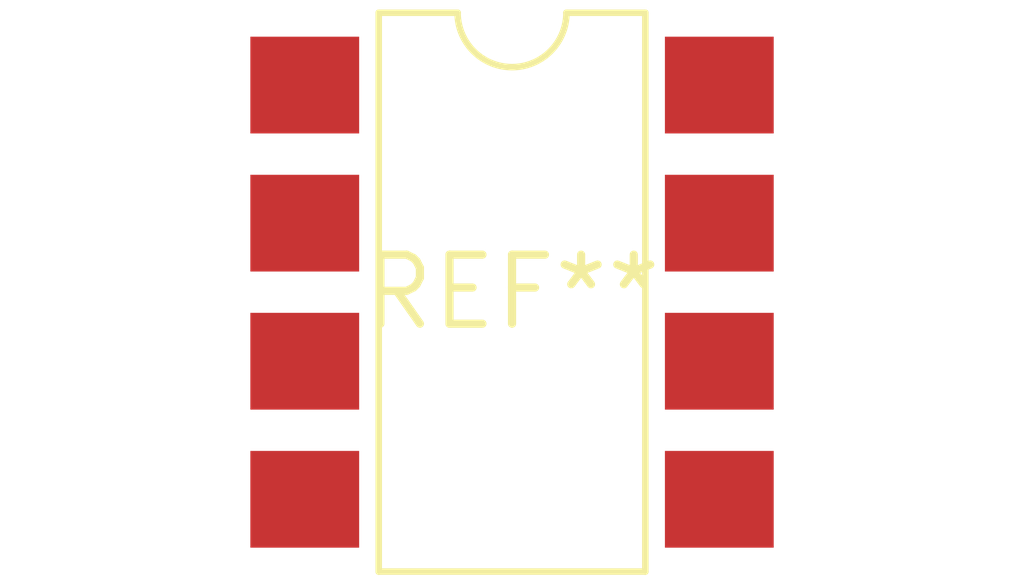
<source format=kicad_pcb>
(kicad_pcb (version 20240108) (generator pcbnew)
  (layers (0 "F.Cu" signal) (31 "B.Cu" signal) (34 "B.Paste" user) (35 "F.Paste" user) (36 "B.SilkS" user "B.Silkscreen") (37 "F.SilkS" user "F.Silkscreen") (38 "B.Mask" user) (39 "F.Mask" user) (44 "Edge.Cuts" user))
  (net 0 "")
  (footprint "SMDIP-8_W7.62mm" (layer "F.Cu") (at 0 0)
    (property "Reference" "REF**")
    (property "Value" "SMDIP-8_W7.62mm")
    (fp_line (start -2.45 -5.14) (end -2.45 5.14) (layer "F.SilkS") (stroke (width 0.12)))
    (fp_line (start -2.45 5.14) (end 2.45 5.14) (layer "F.SilkS") (stroke (width 0.12)))
    (fp_line (start -1 -5.14) (end -2.45 -5.14) (layer "F.SilkS") (stroke (width 0.12)))
    (fp_line (start 2.45 -5.14) (end 1 -5.14) (layer "F.SilkS") (stroke (width 0.12)))
    (fp_line (start 2.45 5.14) (end 2.45 -5.14) (layer "F.SilkS") (stroke (width 0.12)))
    (fp_arc (start 1 -5.14) (mid 0 -4.14) (end -1 -5.14) (layer "F.SilkS") (stroke (width 0.12)))
    (pad "1" smd rect (at -3.81 -3.81) (size 2 1.78) (layers "F.Cu" "F.Paste" "F.Mask"))
    (pad "2" smd rect (at -3.81 -1.27) (size 2 1.78) (layers "F.Cu" "F.Paste" "F.Mask"))
    (pad "3" smd rect (at -3.81 1.27) (size 2 1.78) (layers "F.Cu" "F.Paste" "F.Mask"))
    (pad "4" smd rect (at -3.81 3.81) (size 2 1.78) (layers "F.Cu" "F.Paste" "F.Mask"))
    (pad "5" smd rect (at 3.81 3.81) (size 2 1.78) (layers "F.Cu" "F.Paste" "F.Mask"))
    (pad "6" smd rect (at 3.81 1.27) (size 2 1.78) (layers "F.Cu" "F.Paste" "F.Mask"))
    (pad "7" smd rect (at 3.81 -1.27) (size 2 1.78) (layers "F.Cu" "F.Paste" "F.Mask"))
    (pad "8" smd rect (at 3.81 -3.81) (size 2 1.78) (layers "F.Cu" "F.Paste" "F.Mask"))
  )
)
</source>
